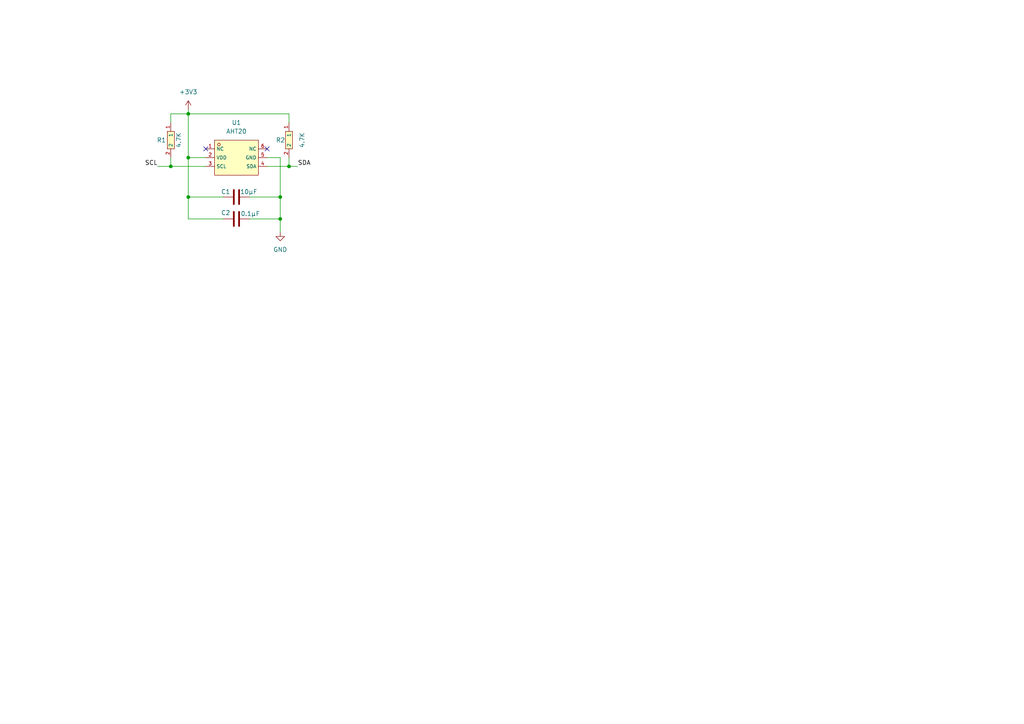
<source format=kicad_sch>
(kicad_sch (version 20231120) (generator "eeschema") (generator_version "8.0")
  (paper "A4")
  (title_block (title "AHT20 Circuit Fragment") (date "2025-01-17") (rev "0.1.0") (comment 1 "John Romkey"))
  (lib_symbols
    (symbol "Device:C" (pin_numbers hide) (pin_names (offset 0.254))
      (property "Reference" "C" (at 0.635 2.54 0))
      (property "Value" "C" (at 0.635 -2.54 0))
      (symbol "C_0_1"
        (polyline (pts (xy -2.032 -0.762) (xy 2.032 -0.762)) (stroke (width 0.508)))
        (polyline (pts (xy -2.032 0.762) (xy 2.032 0.762)) (stroke (width 0.508)))
      )
      (symbol "C_1_1"
        (pin passive line (at 0 3.81 270) (length 2.794) (name "~") (number "1"))
        (pin passive line (at 0 -3.81 90) (length 2.794) (name "~") (number "2"))
      )
    )
    (symbol "easyeda2kicad.kicad_sym:0805W8F4701T5E"
      (property "Reference" "R" (at 0 1.27 0))
      (property "Value" "0805W8F4701T5E" (at 0 -2.54 0))
      (symbol "0805W8F4701T5E_0_1"
        (rectangle (start -2.54 1.016) (end 2.54 -1.016) (fill (type background)))
        (pin input line (at -5.08 0 0) (length 2.54) (name "1") (number "1"))
        (pin input line (at 5.08 0 180) (length 2.54) (name "2") (number "2"))
      )
    )
    (symbol "easyeda2kicad.kicad_sym:AHT20_C2757850"
      (property "Reference" "U" (at 0 1.27 0))
      (property "Value" "AHT20_C2757850" (at 0 -2.54 0))
      (symbol "AHT20_C2757850_0_1"
        (rectangle (start -6.35 5.08) (end 6.35 -5.08) (fill (type background)))
        (circle (center -5.08 3.81) (radius 0.381) (fill (type background)))
        (pin unspecified line (at -8.89 2.54 0) (length 2.54) (name "NC") (number "1"))
        (pin unspecified line (at -8.89 0 0) (length 2.54) (name "VDD") (number "2"))
        (pin unspecified line (at -8.89 -2.54 0) (length 2.54) (name "SCL") (number "3"))
        (pin unspecified line (at 8.89 -2.54 180) (length 2.54) (name "SDA") (number "4"))
        (pin unspecified line (at 8.89 0 180) (length 2.54) (name "GND") (number "5"))
        (pin unspecified line (at 8.89 2.54 180) (length 2.54) (name "NC") (number "6"))
      )
    )
    (symbol "power:+3V3" (power) (pin_numbers hide) (pin_names (offset 0) hide)
      (property "Value" "+3V3" (at 0 3.556 0))
      (symbol "+3V3_0_1"
        (polyline (pts (xy -0.762 1.27) (xy 0 2.54)))
        (polyline (pts (xy 0 0) (xy 0 2.54)))
        (polyline (pts (xy 0 2.54) (xy 0.762 1.27)))
      )
      (symbol "+3V3_1_1"
        (pin power_in line (at 0 0 90) (length 0) (name "~") (number "1"))
      )
    )
    (symbol "power:GND" (power) (pin_numbers hide) (pin_names (offset 0) hide)
      (property "Value" "GND" (at 0 -3.81 0))
      (symbol "GND_0_1"
        (polyline (pts (xy 0 0) (xy 0 -1.27) (xy 1.27 -1.27) (xy 0 -2.54) (xy -1.27 -1.27) (xy 0 -1.27)))
      )
      (symbol "GND_1_1"
        (pin power_in line (at 0 0 270) (length 0) (name "~") (number "1"))
      )
    )
  )
  (junction (at 54.61 33.02))
  (junction (at 54.61 57.15))
  (junction (at 81.28 57.15))
  (junction (at 81.28 63.5))
  (junction (at 83.82 48.26))
  (junction (at 54.61 45.72))
  (junction (at 49.53 48.26))
  (no_connect (at 77.47 43.18))
  (no_connect (at 59.69 43.18))
  (wire (pts (xy 54.61 33.02) (xy 83.82 33.02)))
  (wire (pts (xy 54.61 57.15) (xy 54.61 63.5)))
  (wire (pts (xy 86.36 48.26) (xy 83.82 48.26)))
  (wire (pts (xy 81.28 45.72) (xy 81.28 57.15)))
  (wire (pts (xy 83.82 33.02) (xy 83.82 35.56)))
  (wire (pts (xy 54.61 31.75) (xy 54.61 33.02)))
  (wire (pts (xy 72.39 63.5) (xy 81.28 63.5)))
  (wire (pts (xy 81.28 63.5) (xy 81.28 67.31)))
  (wire (pts (xy 83.82 45.72) (xy 83.82 48.26)))
  (wire (pts (xy 45.72 48.26) (xy 49.53 48.26)))
  (wire (pts (xy 81.28 57.15) (xy 81.28 63.5)))
  (wire (pts (xy 49.53 48.26) (xy 59.69 48.26)))
  (wire (pts (xy 77.47 45.72) (xy 81.28 45.72)))
  (wire (pts (xy 54.61 63.5) (xy 64.77 63.5)))
  (wire (pts (xy 83.82 48.26) (xy 77.47 48.26)))
  (wire (pts (xy 49.53 48.26) (xy 49.53 45.72)))
  (wire (pts (xy 49.53 33.02) (xy 54.61 33.02)))
  (wire (pts (xy 54.61 45.72) (xy 54.61 57.15)))
  (wire (pts (xy 54.61 57.15) (xy 64.77 57.15)))
  (wire (pts (xy 72.39 57.15) (xy 81.28 57.15)))
  (wire (pts (xy 54.61 33.02) (xy 54.61 45.72)))
  (wire (pts (xy 59.69 45.72) (xy 54.61 45.72)))
  (wire (pts (xy 49.53 35.56) (xy 49.53 33.02)))
  (label "SDA" (at 86.36 48.26 0))
  (label "SCL" (at 45.72 48.26 180))
  (symbol (lib_id "Device:C") (at 68.58 57.15 90) (unit 1)
    (property "Reference" "C1" (at 66.802 55.626 90) (effects (justify left)))
    (property "Value" "10µF" (at 74.676 55.626 90) (effects (justify left)))
    (property "Footprint" "Capacitor_SMD:C_0805_2012Metric" (effects (hide yes)))
    (property "Description" "Unpolarized capacitor" (effects (hide yes)))
    (property "LCSC" "C1713" (effects (hide yes)))
  )
  (symbol (lib_id "easyeda2kicad.kicad_sym:AHT20_C2757850") (at 68.58 45.72 0) (unit 1)
    (property "Reference" "U1" (at 68.58 35.56 0))
    (property "Value" "AHT20" (at 68.58 38.1 0))
    (property "Footprint" "footprint:SENSOR-SMD_L3.0-W3.0-P1.00-BR" (effects (hide yes)))
    (property "Datasheet" "https://atta.szlcsc.com/upload/public/pdf/source/20210416/C2827328_0E7E1F5A52E8C31F9EEA54660EEC8C04.pdf" (effects (hide yes)))
    (property "LCSC" "C2757850" (effects (hide yes)))
  )
  (symbol (lib_id "power:+3V3") (at 54.61 31.75 0) (unit 1)
    (property "Reference" "#PWR01" (effects (hide yes)))
    (property "Value" "+3V3" (at 54.61 26.67 0))
    (property "Description" "Power symbol creates a global label with name \"+3V3\"" (effects (hide yes)))
  )
  (symbol (lib_id "easyeda2kicad.kicad_sym:0805W8F4701T5E") (at 83.82 40.64 270) (unit 1)
    (property "Reference" "R2" (at 80.01 40.64 90) (effects (justify left)))
    (property "Value" "4.7K" (at 87.63 40.64 0))
    (property "Footprint" "Resistor_SMD:R_0805_2012Metric_Pad1.20x1.40mm_HandSolder" (effects (hide yes)))
    (property "Datasheet" "https://item.szlcsc.com/142685.html" (effects (hide yes)))
    (property "LCSC" "C17673" (effects (hide yes)))
  )
  (symbol (lib_id "Device:C") (at 68.58 63.5 90) (unit 1)
    (property "Reference" "C2" (at 66.802 61.722 90) (effects (justify left)))
    (property "Value" "0.1µF" (at 75.438 61.976 90) (effects (justify left)))
    (property "Footprint" "Capacitor_SMD:C_0805_2012Metric" (effects (hide yes)))
    (property "Description" "Unpolarized capacitor" (effects (hide yes)))
    (property "LCSC" "C519980" (effects (hide yes)))
  )
  (symbol (lib_id "power:GND") (at 81.28 67.31 0) (unit 1)
    (property "Reference" "#PWR02" (effects (hide yes)))
    (property "Value" "GND" (at 81.28 72.39 0))
    (property "Description" "Power symbol creates a global label with name \"GND\" , ground" (effects (hide yes)))
  )
  (symbol (lib_id "easyeda2kicad.kicad_sym:0805W8F4701T5E") (at 49.53 40.64 270) (unit 1)
    (property "Reference" "R1" (at 45.466 40.64 90) (effects (justify left)))
    (property "Value" "4.7K" (at 51.816 40.64 0))
    (property "Footprint" "Resistor_SMD:R_0805_2012Metric_Pad1.20x1.40mm_HandSolder" (effects (hide yes)))
    (property "LCSC" "C17673" (effects (hide yes)))
  )
)
</source>
